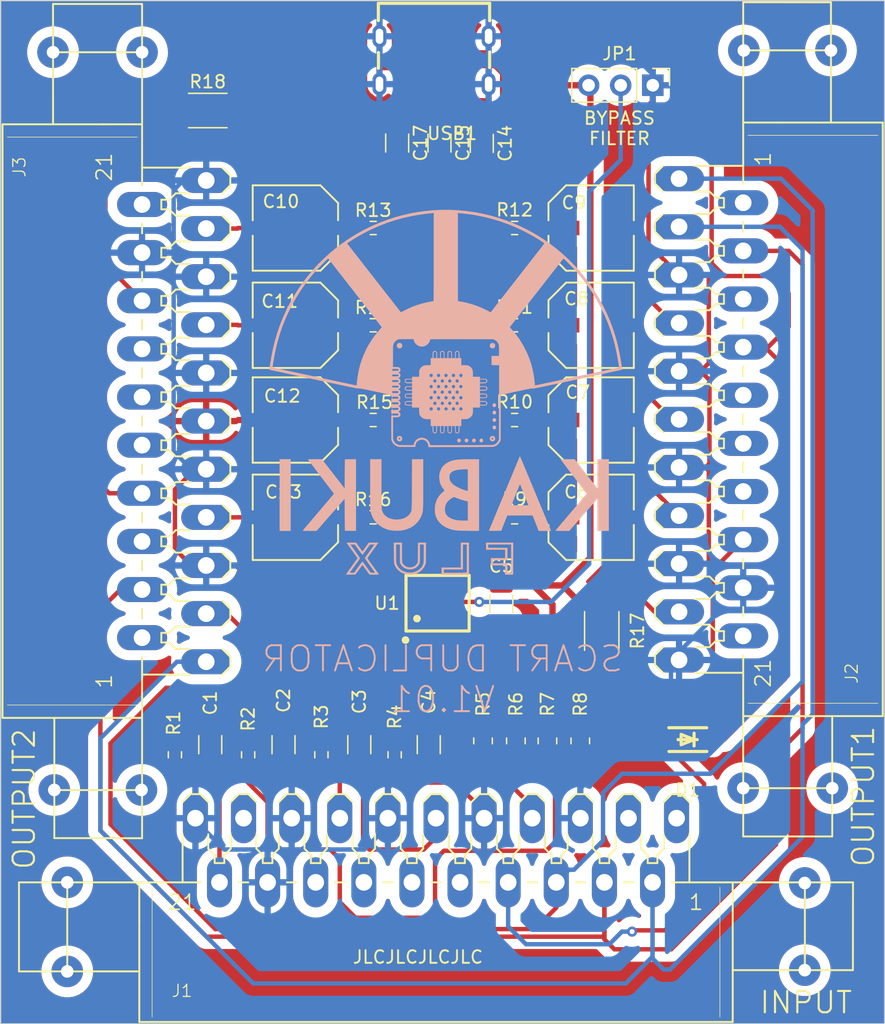
<source format=kicad_pcb>
(kicad_pcb (version 20221018) (generator pcbnew)
  (title_block (title "Duplicanator SCART duplicator") (date "2023-05-22") (rev "v1.01") (company "KabukiFlux"))
  (layers (0 "F.Cu" signal) (31 "B.Cu" signal) (34 "B.Paste" user) (35 "F.Paste" user) (36 "B.SilkS" user "B.Silkscreen") (37 "F.SilkS" user "F.Silkscreen") (38 "B.Mask" user) (39 "F.Mask" user) (44 "Edge.Cuts" user))
  (net 0 "")
  (net 1 "/CSYNC_IN")
  (net 2 "Net-(U1-CH1IN)")
  (net 3 "/R_IN")
  (net 4 "Net-(U1-CH2IN)")
  (net 5 "/G_IN")
  (net 6 "Net-(U1-CH3IN)")
  (net 7 "/B_IN")
  (net 8 "Net-(U1-CH4IN)")
  (net 9 "+5V")
  (net 10 "GND")
  (net 11 "Net-(C6-Pad1)")
  (net 12 "/CSYNC_OUT1")
  (net 13 "Net-(C7-Pad1)")
  (net 14 "/R_OUT1")
  (net 15 "Net-(C8-Pad1)")
  (net 16 "/G_OUT1")
  (net 17 "Net-(C9-Pad1)")
  (net 18 "/B_OUT1")
  (net 19 "Net-(C10-Pad1)")
  (net 20 "/CSYNC_OUT2")
  (net 21 "Net-(C11-Pad1)")
  (net 22 "/R_OUT2")
  (net 23 "Net-(C12-Pad1)")
  (net 24 "/G_OUT2")
  (net 25 "Net-(C13-Pad1)")
  (net 26 "/B_OUT2")
  (net 28 "/AUDIO_RIGHT")
  (net 30 "/AUDIO_GND")
  (net 31 "/AUDIO_LEFT")
  (net 32 "/SWITCHING")
  (net 43 "Net-(J2-P16)")
  (net 50 "Net-(J3-P16)")
  (net 52 "Net-(JP1-C)")
  (net 53 "Net-(U1-CH1OUT)")
  (net 54 "Net-(U1-CH2OUT)")
  (net 55 "Net-(U1-CH3OUT)")
  (net 56 "Net-(U1-CH4OUT)")
  (net 61 "Net-(D1-A)")
  (footprint "Resistor_SMD:R_0603_1608Metric" (layer "F.Cu") (at 152.7 90)
    (fp_text reference "R12")
    (fp_text value "75")
  )
  (footprint "Capacitor_SMD:C_1206_3216Metric" (layer "F.Cu") (at 146.75 83.275 -90)
    (fp_text reference "C15")
    (fp_text value "10u")
  )
  (footprint "Capacitor_SMD:C_1206_3216Metric" (layer "F.Cu") (at 143.4 83.275 -90)
    (fp_text reference "C17")
    (fp_text value "0.1u")
  )
  (footprint "Resistor_SMD:R_0603_1608Metric" (layer "F.Cu") (at 137.4 131.7 -90)
    (fp_text reference "R3")
    (fp_text value "75")
  )
  (footprint "Resistor_SMD:R_0603_1608Metric" (layer "F.Cu") (at 152.7 105.2)
    (fp_text reference "R10")
    (fp_text value "75")
  )
  (footprint "Resistor_SMD:R_0603_1608Metric" (layer "F.Cu") (at 141.5 105.2 180)
    (fp_text reference "R15")
    (fp_text value "75")
  )
  (footprint "C445482:CAP-SMD_BD6.3-L6.6-W6.6-LS7.2-R-RD" (layer "F.Cu") (at 135.35 105.2)
    (fp_text reference "C12")
    (fp_text value "330u")
  )
  (footprint "Resistor_SMD:R_0805_2012Metric" (layer "F.Cu") (at 157.9 130.6 -90)
    (fp_text reference "R8")
    (fp_text value "5.36M")
  )
  (footprint "Capacitor_SMD:C_1206_3216Metric" (layer "F.Cu") (at 128.6 130.9 90)
    (fp_text reference "C1")
    (fp_text value "0.1u")
  )
  (footprint "C445482:CAP-SMD_BD6.3-L6.6-W6.6-LS7.2-R-RD" (layer "F.Cu") (at 158.75 105.2 180)
    (fp_text reference "C7")
    (fp_text value "330u")
  )
  (footprint "Resistor_SMD:R_0603_1608Metric" (layer "F.Cu") (at 131.6 131.7 -90)
    (fp_text reference "R2")
    (fp_text value "75")
  )
  (footprint "Resistor_SMD:R_0805_2012Metric" (layer "F.Cu") (at 152.8 130.6 -90)
    (fp_text reference "R6")
    (fp_text value "5.36M")
  )
  (footprint "C445482:CAP-SMD_BD6.3-L6.6-W6.6-LS7.2-R-RD" (layer "F.Cu") (at 158.75 112.9 180)
    (fp_text reference "C6")
    (fp_text value "330u")
  )
  (footprint "Capacitor_SMD:C_1206_3216Metric" (layer "F.Cu") (at 134.4 130.9 90)
    (fp_text reference "C2")
    (fp_text value "0.1u")
  )
  (footprint "Resistor_SMD:R_2010_5025Metric" (layer "F.Cu") (at 159.6 121.9 90)
    (fp_text reference "R17")
    (fp_text value "180")
  )
  (footprint "scart:SCART-F_solder_pads" (layer "F.Cu") (at 146.475 141.8)
    (fp_text reference "J1")
    (fp_text value "INPUT")
  )
  (footprint "Resistor_SMD:R_0603_1608Metric" (layer "F.Cu") (at 152.7 97.7)
    (fp_text reference "R11")
    (fp_text value "75")
  )
  (footprint "Resistor_SMD:R_0603_1608Metric" (layer "F.Cu") (at 125.8 131.7 -90)
    (fp_text reference "R1")
    (fp_text value "75")
  )
  (footprint "Resistor_SMD:R_2010_5025Metric" (layer "F.Cu") (at 128.4 80.7)
    (fp_text reference "R18")
    (fp_text value "180")
  )
  (footprint "C445482:CAP-SMD_BD6.3-L6.6-W6.6-LS7.2-R-RD" (layer "F.Cu") (at 135.35 97.7)
    (fp_text reference "C11")
    (fp_text value "330u")
  )
  (footprint "C445482:CAP-SMD_BD6.3-L6.6-W6.6-LS7.2-R-RD" (layer "F.Cu") (at 135.35 112.9)
    (fp_text reference "C13")
    (fp_text value "330u")
  )
  (footprint "C309366:USB-C-SMD_10P-P1.00-L6.8-W8.9" (layer "F.Cu") (at 146.32 76.7925 180)
    (fp_text reference "USB1")
    (fp_text value "USB-312")
  )
  (footprint "Resistor_SMD:R_0603_1608Metric" (layer "F.Cu") (at 141.5 97.7 180)
    (fp_text reference "R14")
    (fp_text value "75")
  )
  (footprint "Resistor_SMD:R_0603_1608Metric" (layer "F.Cu") (at 141.5 112.9 180)
    (fp_text reference "R16")
    (fp_text value "75")
  )
  (footprint "Resistor_SMD:R_0805_2012Metric" (layer "F.Cu") (at 150.2 130.6 -90)
    (fp_text reference "R5")
    (fp_text value "5.36M")
  )
  (footprint "Connector_PinHeader_2.54mm:PinHeader_1x03_P2.54mm_Vertical" (layer "F.Cu") (at 163.64 78.7 -90)
    (fp_text reference "JP1")
    (fp_text value "FILTER_BYPASS")
  )
  (footprint "C18124:SOD-123F_L2.8-W1.8-LS3.7-RD" (layer "F.Cu") (at 166.4 130.5 180)
    (fp_text reference "D1")
    (fp_text value "SOD4007")
  )
  (footprint "Resistor_SMD:R_0603_1608Metric" (layer "F.Cu") (at 152.7 112.9)
    (fp_text reference "R9")
    (fp_text value "75")
  )
  (footprint "Capacitor_SMD:C_1206_3216Metric" (layer "F.Cu") (at 151.65 119.77 -90)
    (fp_text reference "C5")
    (fp_text value "0.1u")
  )
  (footprint "Capacitor_SMD:C_1206_3216Metric" (layer "F.Cu") (at 150.1 83.3 -90)
    (fp_text reference "C14")
    (fp_text value "10n")
  )
  (footprint "Capacitor_SMD:C_1206_3216Metric" (layer "F.Cu") (at 140.4 130.9 90)
    (fp_text reference "C3")
    (fp_text value "0.1u")
  )
  (footprint "Resistor_SMD:R_0805_2012Metric" (layer "F.Cu") (at 155.3 130.6 -90)
    (fp_text reference "R7")
    (fp_text value "5.36M")
  )
  (footprint "Resistor_SMD:R_0603_1608Metric" (layer "F.Cu") (at 141.5 90 180)
    (fp_text reference "R13")
    (fp_text value "75")
  )
  (footprint "Capacitor_SMD:C_1206_3216Metric" (layer "F.Cu") (at 145.9 130.9 90)
    (fp_text reference "C4")
    (fp_text value "0.1u")
  )
  (footprint "scart:SCART-F_solder_pads" (layer "F.Cu") (at 170.8 105.145 90)
    (fp_text reference "J2")
    (fp_text value "OUTPUT1")
  )
  (footprint "Resistor_SMD:R_0603_1608Metric" (layer "F.Cu") (at 143.2 131.7 -90)
    (fp_text reference "R4")
    (fp_text value "75")
  )
  (footprint "C445482:CAP-SMD_BD6.3-L6.6-W6.6-LS7.2-R-RD" (layer "F.Cu") (at 135.35 90)
    (fp_text reference "C10")
    (fp_text value "330u")
  )
  (footprint "scart:SCART-F_solder_pads" (layer "F.Cu") (at 123.2 105.285 -90)
    (fp_text reference "J3")
    (fp_text value "OUTPUT2")
  )
  (footprint "C445482:CAP-SMD_BD6.3-L6.6-W6.6-LS7.2-R-RD" (layer "F.Cu") (at 158.75 97.7 180)
    (fp_text reference "C8")
    (fp_text value "330u")
  )
  (footprint "C445482:CAP-SMD_BD6.3-L6.6-W6.6-LS7.2-R-RD" (layer "F.Cu") (at 158.75 90 180)
    (fp_text reference "C9")
    (fp_text value "330u")
  )
  (footprint "C2652746:TSSOP-14_L5.0-W4.4-P0.65-LS6.5-BL" (layer "F.Cu") (at 146.6 119.7)
    (fp_text reference "U1")
    (fp_text value "THS7374IPWR")
  )
  (footprint "kabuki:LogoKabuki" (layer "B.Cu") (at 146.950893 103.209928 180)
    (fp_text reference "G1" hide)
    (fp_text value "LOGO" hide)
  )
  (gr_line (start 182 72) (end 182 153) (stroke (width 0.1)) (layer "Edge.Cuts"))
  (gr_line (start 182 153) (end 112 153) (stroke (width 0.1)) (layer "Edge.Cuts"))
  (gr_line (start 112 72) (end 182 72) (stroke (width 0.1)) (layer "Edge.Cuts"))
  (gr_line (start 112 153) (end 112 72) (stroke (width 0.1)) (layer "Edge.Cuts"))
  (gr_text "SCART DUPLICATOR\nV1.01" (at 147 128.5) (layer "B.SilkS") (effects (font (size 2 2)) (justify bottom mirror)))
  (gr_text "BYPASS\nFILTER" (at 161 83.5) (layer "F.SilkS") (effects (font (size 1 1)) (justify bottom)))
  (gr_text "JLCJLCJLCJLC" (at 139.8 148.3) (layer "F.SilkS") (effects (font (size 1 1)) (justify left bottom)))
  (segment (start 127.1 130.875) (end 125.8 130.875) (width 0.35) (layer "F.Cu") (net 1))
  (segment (start 128.6 132.375) (end 127.1 130.875) (width 0.35) (layer "F.Cu") (net 1))
  (segment (start 129.33 141.8) (end 129.33 133.105) (width 0.35) (layer "F.Cu") (net 1))
  (segment (start 129.33 133.105) (end 128.6 132.375) (width 0.35) (layer "F.Cu") (net 1))
  (segment (start 133.14 135.453) (end 133.14 138.44) (width 0.35) (layer "F.Cu") (net 2))
  (segment (start 140.1 144.6) (end 145.6 144.6) (width 0.35) (layer "F.Cu") (net 2))
  (segment (start 133.9 139.2) (end 138.1 139.2) (width 0.35) (layer "F.Cu") (net 2))
  (segment (start 154.6 133.2) (end 150.066 133.2) (width 0.35) (layer "F.Cu") (net 2))
  (segment (start 137.108 122.63) (end 130.313 129.425) (width 0.35) (layer "F.Cu") (net 2))
  (segment (start 147.1 139.3) (end 155.2 139.3) (width 0.35) (layer "F.Cu") (net 2))
  (segment (start 138.855 143.355) (end 140.1 144.6) (width 0.35) (layer "F.Cu") (net 2))
  (segment (start 144.65 122.63) (end 137.108 122.63) (width 0.35) (layer "F.Cu") (net 2))
  (segment (start 155.2 139.3) (end 155.9 138.6) (width 0.35) (layer "F.Cu") (net 2))
  (segment (start 130.313 132.626) (end 133.14 135.453) (width 0.35) (layer "F.Cu") (net 2))
  (segment (start 130.313 129.425) (end 128.6 129.425) (width 0.35) (layer "F.Cu") (net 2))
  (segment (start 138.855 139.955) (end 138.855 143.355) (width 0.35) (layer "F.Cu") (net 2))
  (segment (start 146.4 143.8) (end 146.4 140) (width 0.35) (layer "F.Cu") (net 2))
  (segment (start 155.9 138.6) (end 155.9 134.5) (width 0.35) (layer "F.Cu") (net 2))
  (segment (start 148.945 130.943) (end 150.2 129.688) (width 0.35) (layer "F.Cu") (net 2))
  (segment (start 150.2 129.688) (end 150.2 129.6875) (width 0.35) (layer "F.Cu") (net 2))
  (segment (start 155.9 134.5) (end 154.6 133.2) (width 0.35) (layer "F.Cu") (net 2))
  (segment (start 150.066 133.2) (end 148.945 132.078) (width 0.35) (layer "F.Cu") (net 2))
  (segment (start 133.14 138.44) (end 133.9 139.2) (width 0.35) (layer "F.Cu") (net 2))
  (segment (start 130.313 129.425) (end 130.313 132.626) (width 0.35) (layer "F.Cu") (net 2))
  (segment (start 146.4 140) (end 147.1 139.3) (width 0.35) (layer "F.Cu") (net 2))
  (segment (start 148.945 132.078) (end 148.945 130.943) (width 0.35) (layer "F.Cu") (net 2))
  (segment (start 138.1 139.2) (end 138.855 139.955) (width 0.35) (layer "F.Cu") (net 2))
  (segment (start 145.6 144.6) (end 146.4 143.8) (width 0.35) (layer "F.Cu") (net 2))
  (segment (start 134.4 132.375) (end 132.9 130.875) (width 0.35) (layer "F.Cu") (net 3))
  (segment (start 132.9 130.875) (end 131.6 130.875) (width 0.35) (layer "F.Cu") (net 3))
  (segment (start 138.855 132.155) (end 138.4 131.7) (width 0.35) (layer "F.Cu") (net 3))
  (segment (start 138.4 131.7) (end 135.075 131.7) (width 0.35) (layer "F.Cu") (net 3))
  (segment (start 138.855 136.72) (end 138.855 132.155) (width 0.35) (layer "F.Cu") (net 3))
  (segment (start 135.075 131.7) (end 134.4 132.375) (width 0.35) (layer "F.Cu") (net 3))
  (segment (start 145.3 122.63) (end 145.3 124.8) (width 0.35) (layer "F.Cu") (net 4))
  (segment (start 141.686 130.7) (end 139.6 130.7) (width 0.35) (layer "F.Cu") (net 4))
  (segment (start 142.5 124.8) (end 138.506 128.794) (width 0.35) (layer "F.Cu") (net 4))
  (segment (start 143.749 129.912) (end 142.474 129.912) (width 0.35) (layer "F.Cu") (net 4))
  (segment (start 152.8 129.688) (end 152.3465 129.234) (width 0.35) (layer "F.Cu") (net 4))
  (segment (start 145.3 124.8) (end 142.5 124.8) (width 0.35) (layer "F.Cu") (net 4))
  (segment (start 138.506 129.606) (end 138.506 129.407) (width 0.35) (layer "F.Cu") (net 4))
  (segment (start 149.716 128.5) (end 147.28 130.936) (width 0.35) (layer "F.Cu") (net 4))
  (segment (start 139.6 130.7) (end 138.506 129.606) (width 0.35) (layer "F.Cu") (net 4))
  (segment (start 144.773 130.936) (end 143.749 129.912) (width 0.35) (layer "F.Cu") (net 4))
  (segment (start 138.506 129.407) (end 134.418 129.407) (width 0.35) (layer "F.Cu") (net 4))
  (segment (start 138.506 128.794) (end 138.506 129.407) (width 0.35) (layer "F.Cu") (net 4))
  (segment (start 147.28 130.936) (end 144.773 130.936) (width 0.35) (layer "F.Cu") (net 4))
  (segment (start 152.3465 129.234) (end 151.6125 128.5) (width 0.35) (layer "F.Cu") (net 4))
  (segment (start 134.418 129.407) (end 134.4 129.425) (width 0.35) (layer "F.Cu") (net 4))
  (segment (start 151.6125 128.5) (end 149.716 128.5) (width 0.35) (layer "F.Cu") (net 4))
  (segment (start 142.474 129.912) (end 141.686 130.7) (width 0.35) (layer "F.Cu") (net 4))
  (segment (start 152.3465 129.234) (end 152.8 129.6875) (width 0.35) (layer "F.Cu") (net 4))
  (segment (start 137.4 130.875) (end 138.9 130.875) (width 0.35) (layer "F.Cu") (net 5))
  (segment (start 145.5 139.2) (end 141.2 139.2) (width 0.35) (layer "F.Cu") (net 5))
  (segment (start 146.475 136.72) (end 146.475 138.225) (width 0.35) (layer "F.Cu") (net 5))
  (segment (start 140.7 132.675) (end 140.4 132.375) (width 0.35) (layer "F.Cu") (net 5))
  (segment (start 146.475 138.225) (end 145.5 139.2) (width 0.35) (layer "F.Cu") (net 5))
  (segment (start 140.7 138.7) (end 140.7 132.675) (width 0.35) (layer "F.Cu") (net 5))
  (segment (start 141.2 139.2) (end 140.7 138.7) (width 0.35) (layer "F.Cu") (net 5))
  (segment (start 138.9 130.875) (end 140.4 132.375) (width 0.35) (layer "F.Cu") (net 5))
  (segment (start 145.95 122.63) (end 145.95 127.389) (width 0.35) (layer "F.Cu") (net 6))
  (segment (start 140.463 129.362) (end 143.977 129.362) (width 0.35) (layer "F.Cu") (net 6))
  (segment (start 140.4 129.425) (end 140.463 129.362) (width 0.35) (layer "F.Cu") (net 6))
  (segment (start 146.934 130.384) (end 144.999 130.384) (width 0.35) (layer "F.Cu") (net 6))
  (segment (start 144.999 130.384) (end 143.977 129.362) (width 0.35) (layer "F.Cu") (net 6))
  (segment (start 153.5125 127.9) (end 149.418 127.9) (width 0.35) (layer "F.Cu") (net 6))
  (segment (start 155.3 129.688) (end 154.5625 128.95) (width 0.35) (layer "F.Cu") (net 6))
  (segment (start 149.418 127.9) (end 146.934 130.384) (width 0.35) (layer "F.Cu") (net 6))
  (segment (start 154.5625 128.95) (end 155.3 129.6875) (width 0.35) (layer "F.Cu") (net 6))
  (segment (start 145.95 127.389) (end 143.977 129.362) (width 0.35) (layer "F.Cu") (net 6))
  (segment (start 154.5625 128.95) (end 153.5125 127.9) (width 0.35) (layer "F.Cu") (net 6))
  (segment (start 154.095 135.795) (end 152.1 133.8) (width 0.35) (layer "F.Cu") (net 7))
  (segment (start 149.2 133.8) (end 147.775 132.375) (width 0.35) (layer "F.Cu") (net 7))
  (segment (start 144.7 132.375) (end 145.9 132.375) (width 0.35) (layer "F.Cu") (net 7))
  (segment (start 143.2 130.875) (end 144.7 132.375) (width 0.35) (layer "F.Cu") (net 7))
  (segment (start 152.1 133.8) (end 149.2 133.8) (width 0.35) (layer "F.Cu") (net 7))
  (segment (start 154.095 136.72) (end 154.095 135.795) (width 0.35) (layer "F.Cu") (net 7))
  (segment (start 147.775 132.375) (end 145.9 132.375) (width 0.35) (layer "F.Cu") (net 7))
  (segment (start 157.0005 128.7885) (end 155.412 127.2) (width 0.35) (layer "F.Cu") (net 8))
  (segment (start 146.6 126.3) (end 147.5 127.2) (width 0.35) (layer "F.Cu") (net 8))
  (segment (start 147.6 127.2) (end 145.9 128.9) (width 0.35) (layer "F.Cu") (net 8))
  (segment (start 146.6 122.63) (end 146.6 126.3) (width 0.35) (layer "F.Cu") (net 8))
  (segment (start 157.001 128.7885) (end 157.9 129.6875) (width 0.35) (layer "F.Cu") (net 8))
  (segment (start 155.412 127.2) (end 148.668 127.2) (width 0.35) (layer "F.Cu") (net 8))
  (segment (start 148 127.2) (end 147.6 127.2) (width 0.35) (layer "F.Cu") (net 8))
  (segment (start 145.9 128.9) (end 145.9 129.425) (width 0.35) (layer "F.Cu") (net 8))
  (segment (start 148.668 127.2) (end 148 127.2) (width 0.35) (layer "F.Cu") (net 8))
  (segment (start 157.0005 128.7885) (end 157.001 128.7885) (width 0.35) (layer "F.Cu") (net 8))
  (segment (start 147.5 127.2) (end 148 127.2) (width 0.35) (layer "F.Cu") (net 8))
  (segment (start 157.9 129.688) (end 157.0005 128.7885) (width 0.35) (layer "F.Cu") (net 8))
  (segment (start 151.65 118.295) (end 149.03 115.675) (width 0.5) (layer "F.Cu") (net 9))
  (segment (start 146.75 81.8) (end 147.84 80.71) (width 0.5) (layer "F.Cu") (net 9))
  (segment (start 146.1 81.8) (end 144.8 80.5) (width 0.5) (layer "F.Cu") (net 9))
  (segment (start 159.7 128.4) (end 159.7 130.5) (width 0.5) (layer "F.Cu") (net 9))
  (segment (start 157.8995 131.512) (end 157.9 131.5125) (width 0.5) (layer "F.Cu") (net 9))
  (segment (start 159.7 130.5) (end 158.688 131.512) (width 0.5) (layer "F.Cu") (net 9))
  (segment (start 150.2005 131.512) (end 150.2 131.512) (width 0.5) (layer "F.Cu") (net 9))
  (segment (start 147.25 115.95) (end 147.25 116.323984) (width 0.5) (layer "F.Cu") (net 9))
  (segment (start 152.7995 131.512) (end 152.8 131.5125) (width 0.5) (layer "F.Cu") (net 9))
  (segment (start 144.8 80.5) (end 144.8 80.4) (width 0.5) (layer "F.Cu") (net 9))
  (segment (start 144.8 80.4) (end 143.4 81.8) (width 0.5) (layer "F.Cu") (net 9))
  (segment (start 157.7975 119.5875) (end 159.6 119.5875) (width 0.5) (layer "F.Cu") (net 9))
  (segment (start 158.56 78.7) (end 158.7 78.84) (width 0.5) (layer "F.Cu") (net 9))
  (segment (start 148.152 77.1009) (end 151.151 77.1009) (width 0.5) (layer "F.Cu") (net 9))
  (segment (start 155.2995 131.512) (end 152.7995 131.512) (width 0.5) (layer "F.Cu") (net 9))
  (segment (start 154.195 118.295) (end 155.7 119.8) (width 0.5) (layer "F.Cu") (net 9))
  (segment (start 143.4 81.8) (end 131.812 81.8) (width 0.5) (layer "F.Cu") (net 9))
  (segment (start 158.56 78.7) (end 158.43 78.7) (width 0.5) (layer "F.Cu") (net 9))
  (segment (start 157.8995 131.512) (end 155.2995 131.512) (width 0.5) (layer "F.Cu") (net 9))
  (segment (start 151.79 80.1348) (end 150.1 81.825) (width 0.5) (layer "F.Cu") (net 9))
  (segment (start 147.84 80.71) (end 147.84 78.7625) (width 0.5) (layer "F.Cu") (net 9))
  (segment (start 158.7 78.84) (end 158.7 116.1) (width 0.5) (layer "F.Cu") (net 9))
  (segment (start 156.505 118.295) (end 157.7975 119.5875) (width 0.5) (layer "F.Cu") (net 9))
  (segment (start 155.7 124.4) (end 159.7 128.4) (width 0.5) (layer "F.Cu") (net 9))
  (segment (start 147.525 115.675) (end 147.25 115.95) (width 0.5) (layer "F.Cu") (net 9))
  (segment (start 155.7 119.8) (end 155.7 124.4) (width 0.5) (layer "F.Cu") (net 9))
  (segment (start 144.8 78.7625) (end 144.8 80.4) (width 0.5) (layer "F.Cu") (net 9))
  (segment (start 146.75 81.8) (end 146.1 81.8) (width 0.5) (layer "F.Cu") (net 9))
  (segment (start 151.79 78.7) (end 151.79 80.1348) (width 0.5) (layer "F.Cu") (net 9))
  (segment (start 156.505 118.295) (end 151.65 118.295) (width 0.5) (layer "F.Cu") (net 9))
  (segment (start 131.812 81.8) (end 130.7123 80.7002) (width 0.5) (layer "F.Cu") (net 9))
  (segment (start 147.84 77.4124) (end 148.152 77.1009) (width 0.5) (layer "F.Cu") (net 9))
  (segment (start 151.79 77.7399) (end 151.79 78.7) (width 0.5) (layer "F.Cu") (net 9))
  (segment (start 158.688 131.512) (end 157.8995 131.512) (width 0.5) (layer "F.Cu") (net 9))
  (segment (start 152.7995 131.512) (end 150.2005 131.512) (width 0.5) (layer "F.Cu") (net 9))
  (segment (start 150.2005 131.512) (end 150.2 131.5125) (width 0.5) (layer "F.Cu") (net 9))
  (segment (start 155.2995 131.512) (end 155.3 131.5125) (width 0.5) (layer "F.Cu") (net 9))
  (segment (start 149.03 115.675) (end 147.525 115.675) (width 0.5) (layer "F.Cu") (net 9))
  (segment (start 158.43 78.7) (end 151.79 78.7) (width 0.5) (layer "F.Cu") (net 9))
  (segment (start 151.65 118.295) (end 154.195 118.295) (width 0.5) (layer "F.Cu") (net 9))
  (segment (start 151.151 77.1009) (end 151.79 77.7399) (width 0.5) (layer "F.Cu") (net 9))
  (segment (start 158.7 116.1) (end 156.505 118.295) (width 0.5) (layer "F.Cu") (net 9))
  (segment (start 147.84 78.7625) (end 147.84 77.4124) (width 0.5) (layer "F.Cu") (net 9))
  (segment (start 127.102 116.715) (end 128.28 116.715) (width 0.35) (layer "F.Cu") (net 10))
  (segment (start 127.405 109.095) (end 125.8 110.7) (width 0.35) (layer "F.Cu") (net 10))
  (segment (start 135.925 134) (end 137.4 132.525) (width 0.35) (layer "F.Cu") (net 10))
  (segment (start 143.4 84.75) (end 141.915 86.235) (width 0.35) (layer "F.Cu") (net 10))
  (segment (start 147.9 120.7) (end 147.6 120.4) (width 0.35) (layer "F.Cu") (net 10))
  (segment (start 150.285 136.185) (end 150.285 136.72) (width 0.35) (layer "F.Cu") (net 10))
  (segment (start 168.076 100.689) (end 167.431 101.335) (width 0.35) (layer "F.Cu") (net 10))
  (segment (start 143.2 133.9) (end 148 133.9) (width 0.35) (layer "F.Cu") (net 10))
  (segment (start 135.09 134) (end 135.925 134) (width 0.35) (layer "F.Cu") (net 10))
  (segment (start 150.64 79.8876) (end 149.07 79.8876) (width 0.35) (layer "F.Cu") (net 10))
  (segment (start 135.045 136.72) (end 135.045 134.25) (width 0.35) (layer "F.Cu") (net 10))
  (segment (start 150.64 76.0976) (end 145.11 76.0976) (width 0.35) (layer "F.Cu") (net 10))
  (segment (start 147.9 122.63) (end 147.9 122.086) (width 0.35) (layer "F.Cu") (net 10))
  (segment (start 143.57 77.6374) (end 143.27 77.3374) (width 0.35) (layer "F.Cu") (net 10))
  (segment (start 150.64 78.6125) (end 150.64 79.8876) (width 0.35) (layer "F.Cu") (net 10))
  (segment (start 168.129 102.034) (end 167.431 101.335) (width 0.35) (layer "F.Cu") (net 10))
  (segment (start 142.665 134.361996) (end 143.2 133.826996) (width 0.35) (layer "F.Cu") (net 10))
  (segment (start 148.674 83.3488) (end 148.151 83.3488) (width 0.35) (layer "F.Cu") (net 10))
  (segment (start 124.775 132.525) (end 125.8 132.525) (width 0.35) (layer "F.Cu") (net 10))
  (segment (start 147.9 122.086) (end 147.9 121.92) (width 0.35) (layer "F.Cu") (net 10))
  (segment (start 125.8 110.7) (end 125.8 115.413) (width 0.35) (layer "F.Cu") (net 10))
  (segment (start 149.07 78.7625) (end 149.07 79.8876) (width 0.35) (layer "F.Cu") (net 10))
  (segment (start 150.64 74.8225) (end 150.64 76.0976) (width 0.35) (layer "F.Cu") (net 10))
  (segment (start 147.9 122.086) (end 147.9 121.92) (width 0.35) (layer "F.Cu") (net 10))
  (segment (start 165.72 101.335) (end 167.431 101.335) (width 0.35) (layer "F.Cu") (net 10))
  (segment (start 148.3 121.2) (end 151.605 121.2) (width 0.35) (layer "F.Cu") (net 10))
  (segment (start 124.5 132.25) (end 124.775 132.525) (width 0.35) (layer "F.Cu") (net 10))
  (segment (start 143.4 84.75) (end 146.75 84.75) (width 0.35) (layer "F.Cu") (net 10))
  (segment (start 147.25 122.63) (end 147.25 121.76) (width 0.35) (layer "F.Cu") (net 10))
  (segment (start 133.075 134) (end 135 134) (width 0.35) (layer "F.Cu") (net 10))
  (segment (start 142 74.8225) (end 142 77.3374) (width 0.35) (layer "F.Cu") (net 10))
  (segment (start 167.819 108.955) (end 168.129 108.644) (width 0.35) (layer "F.Cu") (net 10))
  (segment (start 127.425 134.15) (end 127.425 136.72) (width 0.35) (layer "F.Cu") (net 10))
  (segment (start 143.27 77.3374) (end 142 77.3374) (width 0.35) (layer "F.Cu") (net 10))
  (segment (start 148.674 83.3488) (end 148.674 80.2838) (width 0.35) (layer "F.Cu") (net 10))
  (segment (start 147.9 121.6) (end 148.3 121.2) (width 0.35) (layer "F.Cu") (net 10))
  (segment (start 147.25 120.85) (end 146.8 120.4) (width 0.35) (layer "F.Cu") (net 10))
  (segment (start 124.5 129.6) (end 124.5 132.25) (width 0.35) (layer "F.Cu") (net 10))
  (segment (start 163.305 91.3002) (end 165.72 93.715) (width 0.35) (layer "F.Cu") (net 10))
  (segment (start 163.305 80.2599) (end 163.305 91.3002) (width 0.35) (layer "F.Cu") (net 10))
  (segment (start 128.28 116.715) (end 130.636 116.715) (width 0.35) (layer "F.Cu") (net 10))
  (segment (start 147.9 121.92) (end 147.9 120.7) (width 0.35) (layer "F.Cu") (net 10))
  (segment (start 168.076 93.715) (end 168.076 100.689) (width 0.35) (layer "F.Cu") (net 10))
  (segment (start 130.636 116.715) (end 134.3 120.379) (width 0.35) (layer "F.Cu") (net 10))
  (segment (start 147.9 121.92) (end 147.9 121.6) (width 0.35) (layer "F.Cu") (net 10))
  (segment (start 127.102 116.715) (end 128.28 116.715) (width 0.35) (layer "F.Cu") (net 10))
  (segment (start 163.64 78.7) (end 163.64 79.9251) (width 0.35) (layer "F.Cu") (net 10))
  (segment (start 143.2 133.826996) (end 143.2 132.525) (width 0.35) (layer "F.Cu") (net 10))
  (segment (start 126.7 127.4) (end 124.5 129.6) (width 0.35) (layer "F.Cu") (net 10))
  (segment (start 163.64 79.9251) (end 163.305 80.2599) (width 0.35) (layer "F.Cu") (net 10))
  (segment (start 151.605 121.2) (end 151.65 121.245) (width 0.35) (layer "F.Cu") (net 10))
  (segment (start 168.076 116.575) (end 168.076 109.213) (width 0.35) (layer "F.Cu") (net 10))
  (segment (start 165.72 108.955) (end 167.819 108.955) (width 0.35) (layer "F.Cu") (net 10))
  (segment (start 143.57 78.7625) (end 143.57 77.6374) (width 0.35) (layer "F.Cu") (net 10))
  (segment (start 147.25 121.76) (end 147.25 120.85) (width 0.35) (layer "F.Cu") (net 10))
  (segment (start 147.6 120.4) (end 147.25 120.75) (width 0.35) (layer "F.Cu") (net 10))
  (segment (start 130.9 127.4) (end 126.7 127.4) (width 0.35) (layer "F.Cu") (net 10))
  (segment (start 147.25 120.75) (end 147.25 121.76) (width 0.35) (layer "F.Cu") (net 10))
  (segment (start 148.151 83.3488) (end 146.75 84.75) (width 0.35) (layer "F.Cu") (net 10))
  (segment (start 150.1 84.775) (end 148.674 83.3488) (width 0.35) (layer "F.Cu") (net 10))
  (segment (start 145.11 76.0976) (end 143.57 77.6374) (width 0.35) (layer "F.Cu") (net 10))
  (segment (start 141.915 86.235) (end 128.28 86.235) (width 0.35) (layer "F.Cu") (net 10))
  (segment (start 125.8 115.413) (end 127.102 116.715) (width 0.35) (layer "F.Cu") (net 10))
  (segment (start 130.636 116.715) (end 128.28 116.715) (width 0.35) (layer "F.Cu") (net 10))
  (segment (start 125.8 132.525) (end 127.425 134.15) (width 0.35) (layer "F.Cu") (net 10))
  (segment (start 148.674 80.2838) (end 149.07 79.8876) (width 0.35) (layer "F.Cu") (net 10))
  (segment (start 168.076 109.213) (end 167.819 108.955) (width 0.35) (layer "F.Cu") (net 10))
  (segment (start 134.3 124) (end 130.9 127.4) (width 0.35) (layer "F.Cu") (net 10))
  (segment (start 142.665 136.72) (end 142.665 134.361996) (width 0.35) (layer "F.Cu") (net 10))
  (segment (start 128.28 109.095) (end 127.405 109.095) (width 0.35) (layer "F.Cu") (net 10))
  (segment (start 165.72 93.715) (end 168.076 93.715) (width 0.35) (layer "F.Cu") (net 10))
  (segment (start 134.321 120.4) (end 134.3 120.379) (width 0.35) (layer "F.Cu") (net 10))
  (segment (start 168.129 108.644) (end 168.129 102.034) (width 0.35) (layer "F.Cu") (net 10))
  (segment (start 134.3 120.379) (end 130.636 116.715) (width 0.35) (layer "F.Cu") (net 10))
  (segment (start 142 78.6125) (end 142 77.3374) (width 0.35) (layer "F.Cu") (net 10))
  (segment (start 165.72 116.575) (end 168.076 116.575) (width 0.35) (layer "F.Cu") (net 10))
  (segment (start 134.3 120.379) (end 134.3 124) (width 0.35) (layer "F.Cu") (net 10))
  (segment (start 146.8 120.4) (end 134.321 120.4) (width 0.35) (layer "F.Cu") (net 10))
  (segment (start 148 133.9) (end 150.285 136.185) (width 0.35) (layer "F.Cu") (net 10))
  (segment (start 131.6 132.525) (end 133.075 134) (width 0.35) (layer "F.Cu") (net 10))
  (segment (start 135.045 136.72) (end 135.045 139.076) (width 0.35) (layer "B.Cu") (net 10))
  (segment (start 151.477 76.5) (end 150.696 77.2819) (width 0.35) (layer "B.Cu") (net 10))
  (segment (start 128.28 109.095) (end 127.095 109.095) (width 0.35) (layer "B.Cu") (net 10))
  (segment (start 125.7 87) (end 125.7 92.094) (width 0.35) (layer "B.Cu") (net 10))
  (segment (start 157.905 136.72) (end 157.905 134.364) (width 0.35) (layer "B.Cu") (net 10))
  (segment (start 150.64 74.8225) (end 150.64 76.0976) (width 0.35) (layer "B.Cu") (net 10))
  (segment (start 125.7 101.475) (end 126.182 101.475) (width 0.35) (layer "B.Cu") (net 10))
  (segment (start 125.556 91.95) (end 125.7 92.094) (width 0.35) (layer "B.Cu") (net 10))
  (segment (start 135.169 139.2) (end 140.8 139.2) (width 0.35) (layer "B.Cu") (net 10))
  (segment (start 127.095 109.095) (end 125.7 107.7) (width 0.35) (layer "B.Cu") (net 10))
  (segment (start 125.7 107.7) (end 125.7 101.475) (width 0.35) (layer "B.Cu") (net 10))
  (segment (start 163.64 78.7) (end 163.64 77.84) (width 0.35) (layer "B.Cu") (net 10))
  (segment (start 127.425 136.925) (end 129.7 139.2) (width 0.35) (layer "B.Cu") (net 10))
  (segment (start 165.72 116.575) (end 168.076 116.575) (width 0.35) (layer "B.Cu") (net 10))
  (segment (start 165.72 124.195) (end 165.082 124.195) (width 0.35) (layer "B.Cu") (net 10))
  (segment (start 165.082 127.187) (end 165.082 124.195) (width 0.35) (layer "B.Cu") (net 10))
  (segment (start 150.64 76.0976) (end 150.696 76.1531) (width 0.35) (layer "B.Cu") (net 10))
  (segment (start 123.2 91.95) (end 125.556 91.95) (width 0.35) (layer "B.Cu") (net 10))
  (segment (start 140.8 139.2) (end 142.665 137.335) (width 0.35) (layer "B.Cu") (net 10))
  (segment (start 125.775 101.475) (end 126.182 101.475) (width 0.35) (layer "B.Cu") (net 10))
  (segment (start 125.7 101.4) (end 125.775 101.475) (width 0.35) (layer "B.Cu") (net 10))
  (segment (start 142.665 137.335) (end 142.665 136.72) (width 0.35) (layer "B.Cu") (net 10))
  (segment (start 157.905 134.364) (end 165.082 127.187) (width 0.35) (layer "B.Cu") (net 10))
  (segment (start 133.14 139.26) (end 133.14 141.8) (width 0.35) (layer "B.Cu") (net 10))
  (segment (start 128.28 101.475) (end 126.182 101.475) (width 0.35) (layer "B.Cu") (net 10))
  (segment (start 128.28 93.855) (end 125.7 93.855) (width 0.35) (layer "B.Cu") (net 10))
  (segment (start 125.7 92.094) (end 125.7 101.4) (width 0.35) (layer "B.Cu") (net 10))
  (segment (start 133.2 139.2) (end 133.14 139.26) (width 0.35) (layer "B.Cu") (net 10))
  (segment (start 133.016 139.2) (end 135.169 139.2) (width 0.35) (layer "B.Cu") (net 10))
  (segment (start 133.016 139.2) (end 133.2 139.2) (width 0.35) (layer "B.Cu") (net 10))
  (segment (start 170.8 118.48) (end 168.444 118.48) (width 0.35) (layer "B.Cu") (net 10))
  (segment (start 168.076 118.113) (end 168.444 118.48) (width 0.35) (layer "B.Cu") (net 10))
  (segment (start 128.28 86.235) (end 126.465 86.235) (width 0.35) (layer "B.Cu") (net 10))
  (segment (start 163.64 77.84) (end 162.3 76.5) (width 0.35) (layer "B.Cu") (net 10))
  (segment (start 150.696 76.1531) (end 150.696 77.2819) (width 0.35) (layer "B.Cu") (net 10))
  (segment (start 162.3 76.5) (end 151.477 76.5) (width 0.35) (layer "B.Cu") (net 10))
  (segment (start 168.444 120.833) (end 168.444 118.48) (width 0.35) (layer "B.Cu") (net 10))
  (segment (start 150.64 78.6125) (end 150.64 77.3374) (width 0.35) (layer "B.Cu") (net 10))
  (segment (start 150.64 77.3374) (end 150.696 77.2819) (width 0.35) (layer "B.Cu") (net 10))
  (segment (start 127.425 136.72) (end 127.425 136.925) (width 0.35) (layer "B.Cu") (net 10))
  (segment (start 129.7 139.2) (end 133.016 139.2) (width 0.35) (layer "B.Cu") (net 10))
  (segment (start 126.465 86.235) (end 125.7 87) (width 0.35) (layer "B.Cu") (net 10))
  (segment (start 135.045 139.076) (end 135.169 139.2) (width 0.35) (layer "B.Cu") (net 10))
  (segment (start 165.082 124.195) (end 168.444 120.833) (width 0.35) (layer "B.Cu") (net 10))
  (segment (start 168.076 116.575) (end 168.076 118.113) (width 0.35) (layer "B.Cu") (net 10))
  (segment (start 156.2 112.9) (end 153.525 112.9) (width 0.35) (layer "F.Cu") (net 11))
  (segment (start 161.3 117.9) (end 161.3 112.9) (width 0.35) (layer "F.Cu") (net 12))
  (segment (start 163.785 120.385) (end 161.3 117.9) (width 0.35) (layer "F.Cu") (net 12))
  (segment (start 165.72 120.385) (end 163.785 120.385) (width 0.35) (layer "F.Cu") (net 12))
  (segment (start 156.2 105.2) (end 153.525 105.2) (width 0.35) (layer "F.Cu") (net 13))
  (segment (start 165.72 112.765) (end 161.3 108.345) (width 0.35) (layer "F.Cu") (net 14))
  (segment (start 161.3 108.345) (end 161.3 105.2) (width 0.35) (layer "F.Cu") (net 14))
  (segment (start 156.2 97.7) (end 153.525 97.7) (width 0.35) (layer "F.Cu") (net 15))
  (segment (start 165.145 105.145) (end 161.3 101.3) (width 0.35) (layer "F.Cu") (net 16))
  (segment (start 165.72 105.145) (end 165.145 105.145) (width 0.35) (layer "F.Cu") (net 16))
  (segment (start 161.3 101.3) (end 161.3 97.7) (width 0.35) (layer "F.Cu") (net 16))
  (segment (start 156.2 90) (end 153.525 90) (width 0.35) (layer "F.Cu") (net 17))
  (segment (start 165.72 97.525) (end 165.225 97.525) (width 0.35) (layer "F.Cu") (net 18))
  (segment (start 165.225 97.525) (end 161.3 93.6) (width 0.35) (layer "F.Cu") (net 18))
  (segment (start 161.3 93.6) (end 161.3 90) (width 0.35) (layer "F.Cu") (net 18))
  (segment (start 137.9 90) (end 140.675 90) (width 0.35) (layer "F.Cu") (net 19))
  (segment (start 130.75 90.045) (end 130.795 90) (width 0.35) (layer "F.Cu") (net 20))
  (segment (start 130.795 90) (end 132.8 90) (width 0.35) (layer "F.Cu") (net 20))
  (segment (start 128.28 90.045) (end 130.75 90.045) (width 0.35) (layer "F.Cu") (net 20))
  (segment (start 137.9 97.7) (end 140.675 97.7) (width 0.35) (layer "F.Cu") (net 21))
  (segment (start 130.795 97.7) (end 130.76 97.665) (width 0.35) (layer "F.Cu") (net 22))
  (segment (start 130.76 97.665) (end 128.28 97.665) (width 0.35) (layer "F.Cu") (net 22))
  (segment (start 132.8 97.7) (end 130.795 97.7) (width 0.35) (layer "F.Cu") (net 22))
  (segment (start 137.9 105.2) (end 140.675 105.2) (width 0.35) (layer "F.Cu") (net 23))
  (segment (start 130.721 105.2) (end 132.8 105.2) (width 0.35) (layer "F.Cu") (net 24))
  (segment (start 130.636 105.285) (end 130.721 105.2) (width 0.35) (layer "F.Cu") (net 24))
  (segment (start 128.28 105.285) (end 130.636 105.285) (width 0.35) (layer "F.Cu") (net 24))
  (segment (start 137.9 112.9) (end 140.675 112.9) (width 0.35) (layer "F.Cu") (net 25))
  (segment (start 130.79 112.905) (end 130.795 112.9) (width 0.35) (layer "F.Cu") (net 26))
  (segment (start 130.795 112.9) (end 132.8 112.9) (width 0.35) (layer "F.Cu") (net 26))
  (segment (start 128.28 112.905) (end 130.79 112.905) (width 0.35) (layer "F.Cu") (net 26))
  (segment (start 164.5 148.7) (end 165 148.7) (width 0.35) (layer "B.Cu") (net 28))
  (segment (start 125.965 124.335) (end 128.28 124.335) (width 0.35) (layer "B.Cu") (net 28))
  (segment (start 176.3 88.6) (end 173.795 86.095) (width 0.35) (layer "B.Cu") (net 28))
  (segment (start 163.62 147.82) (end 164.5 148.7) (width 0.35) (layer "B.Cu") (net 28))
  (segment (start 163.62 147.68) (end 161.5 149.8) (width 0.35) (layer "B.Cu") (net 28))
  (segment (start 175.5 129.3) (end 176.3 128.5) (width 0.35) (layer "B.Cu") (net 28))
  (segment (start 163.62 141.8) (end 163.62 147.68) (width 0.35) (layer "B.Cu") (net 28))
  (segment (start 173.795 86.095) (end 165.72 86.095) (width 0.35) (layer "B.Cu") (net 28))
  (segment (start 176.3 128.5) (end 176.3 88.6) (width 0.35) (layer "B.Cu") (net 28))
  (segment (start 165 148.7) (end 175.5 138.2) (width 0.35) (layer "B.Cu") (net 28))
  (segment (start 119.9 137.7) (end 119.9 130.4) (width 0.35) (layer "B.Cu") (net 28))
  (segment (start 119.9 130.4) (end 125.965 124.335) (width 0.35) (layer "B.Cu") (net 28))
  (segment (start 163.62 141.8) (end 163.62 147.68) (width 0.35) (layer "B.Cu") (net 28))
  (segment (start 163.62 147.68) (end 163.62 147.82) (width 0.35) (layer "B.Cu") (net 28))
  (segment (start 132 149.8) (end 119.9 137.7) (width 0.35) (layer "B.Cu") (net 28))
  (segment (start 161.5 149.8) (end 132 149.8) (width 0.35) (layer "B.Cu") (net 28))
  (segment (start 175.5 138.2) (end 175.5 129.3) (width 0.35) (layer "B.Cu") (net 28))
  (segment (start 165.1 147.1) (end 173.4 138.8) (width 0.35) (layer "F.Cu") (net 30))
  (segment (start 174.41 91.81) (end 170.8 91.81) (width 0.35) (layer "F.Cu") (net 30))
  (segment (start 159.81 146.09) (end 159.81 146.31) (width 0.35) (layer "F.Cu") (net 30))
  (segment (start 173.4 138.8) (end 173.4 131.7) (width 0.35) (layer "F.Cu") (net 30))
  (segment (start 159.81 146.09) (end 159.8 146.1) (width 0.35) (layer "F.Cu") (net 30))
  (segment (start 160.6 147.1) (end 165.1 147.1) (width 0.35) (layer "F.Cu") (net 30))
  (segment (start 173.4 131.7) (end 175.5 129.6) (width 0.35) (layer "F.Cu") (net 30))
  (segment (start 159.81 141.8) (end 159.81 146.09) (width 0.35) (layer "F.Cu") (net 30))
  (segment (start 119.9 120.2) (end 121.48 118.62) (width 0.35) (layer "F.Cu") (net 30))
  (segment (start 159.8 146.1) (end 128.3 146.1) (width 0.35) (layer "F.Cu") (net 30))
  (segment (start 159.81 141.8) (end 159.81 146.09) (width 0.35) (layer "F.Cu") (net 30))
  (segment (start 159.81 146.31) (end 160.6 147.1) (width 0.35) (layer "F.Cu") (net 30))
  (segment (start 175.5 92.9) (end 174.41 91.81) (width 0.35) (layer "F.Cu") (net 30))
  (segment (start 128.3 146.1) (end 119.9 137.7) (width 0.35) (layer "F.Cu") (net 30))
  (segment (start 119.9 137.7) (end 119.9 120.2) (width 0.35) (layer "F.Cu") (net 30))
  (segment (start 121.48 118.62) (end 123.2 118.62) (width 0.35) (layer "F.Cu") (net 30))
  (segment (start 175.5 129.6) (end 175.5 92.9) (width 0.35) (layer "F.Cu") (net 30))
  (segment (start 120.7 137.2) (end 120.7 130.8) (width 0.35) (layer "F.Cu") (net 31))
  (segment (start 125.1 126.4) (end 130 126.4) (width 0.35) (layer "F.Cu") (net 31))
  (segment (start 156 143.8) (end 154.3 145.5) (width 0.35) (layer "F.Cu") (net 31))
  (segment (start 131.5 124.9) (end 131.5 122.1) (width 0.35) (layer "F.Cu") (net 31))
  (segment (start 131.5 122.1) (end 129.925 120.525) (width 0.35) (layer "F.Cu") (net 31))
  (segment (start 130 126.4) (end 131.5 124.9) (width 0.35) (layer "F.Cu") (net 31))
  (segment (start 156 141.8) (end 156 143.8) (width 0.35) (layer "F.Cu") (net 31))
  (segment (start 129 145.5) (end 120.7 137.2) (width 0.35) (layer "F.Cu") (net 31))
  (segment (start 120.7 130.8) (end 125.1 126.4) (width 0.35) (layer "F.Cu") (net 31))
  (segment (start 129.925 120.525) (end 128.28 120.525) (width 0.35) (layer "F.Cu") (net 31))
  (segment (start 154.3 145.5) (end 129 145.5) (width 0.35) (layer "F.Cu") (net 31))
  (segment (start 175.5 125.9) (end 175.5 91.7) (width 0.35) (layer "B.Cu") (net 31))
  (segment (start 157 140.8) (end 157.4 140.8) (width 0.35) (layer "B.Cu") (net 31))
  (segment (start 156 141.8) (end 157 140.8) (width 0.35) (layer "B.Cu") (net 31))
  (segment (start 161.2 133.2) (end 168.2 133.2) (width 0.35) (layer "B.Cu") (net 31))
  (segment (start 168.2 133.2) (end 175.5 125.9) (width 0.35) (layer "B.Cu") (net 31))
  (segment (start 173.705 89.905) (end 165.72 89.905) (width 0.35) (layer "B.Cu") (net 31))
  (segment (start 157.4 140.8) (end 159.7 138.5) (width 0.35) (layer "B.Cu") (net 31))
  (segment (start 159.7 134.7) (end 161.2 133.2) (width 0.35) (layer "B.Cu") (net 31))
  (segment (start 175.5 91.7) (end 173.705 89.905) (width 0.35) (layer "B.Cu") (net 31))
  (segment (start 159.7 138.5) (end 159.7 134.7) (width 0.35) (layer "B.Cu") (net 31))
  (segment (start 130.2 72.8) (end 162.2 72.8) (width 0.35) (layer "F.Cu") (net 32))
  (segment (start 118.4 108.8) (end 118.4 84.6) (width 0.35) (layer "F.Cu") (net 32))
  (segment (start 173 93.8) (end 174.4 95.2) (width 0.35) (layer "F.Cu") (net 32))
  (segment (start 118.4 84.6) (end 130.2 72.8) (width 0.35) (layer "F.Cu") (net 32))
  (segment (start 169.3 93.8) (end 173 93.8) (width 0.35) (layer "F.Cu") (net 32))
  (segment (start 174.4 95.2) (end 174.4 97.8) (width 0.35) (layer "F.Cu") (net 32))
  (segment (start 169.3 130.5) (end 167.95 130.5) (width 0.35) (layer "F.Cu") (net 32))
  (segment (start 168.3 92.8) (end 169.3 93.8) (width 0.35) (layer "F.Cu") (net 32))
  (segment (start 123.2 111) (end 120.6 111) (width 0.35) (layer "F.Cu") (net 32))
  (segment (start 174.1 125.7) (end 169.3 130.5) (width 0.35) (layer "F.Cu") (net 32))
  (segment (start 162.2 72.8) (end 168.3 78.9) (width 0.35) (layer "F.Cu") (net 32))
  (segment (start 168.3 78.9) (end 168.3 92.8) (width 0.35) (layer "F.Cu") (net 32))
  (segment (start 172.77 99.43) (end 170.8 99.43) (width 0.35) (layer "F.Cu") (net 32))
  (segment (start 174.1 101) (end 174.1 125.7) (width 0.35) (layer "F.Cu") (net 32))
  (segment (start 120.6 111) (end 118.4 108.8) (width 0.35) (layer "F.Cu") (net 32))
  (segment (start 170.8 99.43) (end 172.53 99.43) (width 0.35) (layer "F.Cu") (net 32))
  (segment (start 172.53 99.43) (end 174.1 101) (width 0.35) (layer "F.Cu") (net 32))
  (segment (start 174.4 97.8) (end 172.77 99.43) (width 0.35) (layer "F.Cu") (net 32))
  (segment (start 168.391 117.079) (end 168.391 126.409) (width 0.35) (layer "F.Cu") (net 43))
  (segment (start 168.391 126.409) (end 167.8 127) (width 0.35) (layer "F.Cu") (net 43))
  (segment (start 170.8 114.67) (end 168.391 117.079) (width 0.35) (layer "F.Cu") (net 43))
  (segment (start 167.8 127) (end 162.3875 127) (width 0.35) (layer "F.Cu") (net 43))
  (segment (start 162.3875 127) (end 159.6 124.2125) (width 0.35) (layer "F.Cu") (net 43))
  (segment (start 125.1 80.7) (end 126.0875 80.7) (width 0.35) (layer "F.Cu") (net 50))
  (segment (start 120.3 92.86) (end 120.3 85.5) (width 0.35) (layer "F.Cu") (net 50))
  (segment (start 120.3 85.5) (end 125.1 80.7) (width 0.35) (layer "F.Cu") (net 50))
  (segment (start 123.2 95.76) (end 120.3 92.86) (width 0.35) (layer "F.Cu") (net 50))
  (segment (start 147.9 116.77) (end 147.9 118.9) (width 0.35) (layer "F.Cu") (net 52))
  (segment (start 148.6 119.6) (end 149.9 119.6) (width 0.35) (layer "F.Cu") (net 52))
  (segment (start 147.9 118.9) (end 148.6 119.6) (width 0.35) (layer "F.Cu") (net 52))
  (via (at 149.9 119.6) (size 0.8) (drill 0.4) (layers "F.Cu" "B.Cu") (net 52))
  (segment (start 155.6 119.6) (end 149.9 119.6) (width 0.35) (layer "B.Cu") (net 52))
  (segment (start 158.6 87.1) (end 158.6 116.6) (width 0.35) (layer "B.Cu") (net 52))
  (segment (start 158.6 116.6) (end 155.6 119.6) (width 0.35) (layer "B.Cu") (net 52))
  (segment (start 161.1 84.6) (end 158.6 87.1) (width 0.35) (layer "B.Cu") (net 52))
  (segment (start 161.1 78.7) (end 161.1 84.6) (width 0.35) (layer "B.Cu") (net 52))
  (segment (start 144.65 115.8983) (end 147.6483 112.9) (width 0.35) (layer "F.Cu") (net 53))
  (segment (start 141.5 90.825) (end 141.5 106.7517) (width 0.35) (layer "F.Cu") (net 53))
  (segment (start 141.5 106.7517) (end 147.6483 112.9) (width 0.35) (layer "F.Cu") (net 53))
  (segment (start 142.325 90) (end 141.5 90.825) (width 0.35) (layer "F.Cu") (net 53))
  (segment (start 147.6483 112.9) (end 151.875 112.9) (width 0.35) (layer "F.Cu") (net 53))
  (segment (start 144.65 116.77) (end 144.65 115.8983) (width 0.35) (layer "F.Cu") (net 53))
  (segment (start 141.6 109.5) (end 137.6 109.5) (width 0.35) (layer "F.Cu") (net 54))
  (segment (start 142.325 97.7) (end 143.1072 97.7) (width 0.35) (layer "F.Cu") (net 54))
  (segment (start 144 89.4) (end 144 97.7) (width 0.35) (layer "F.Cu") (net 54))
  (segment (start 135.5 89.1) (end 136 88.6) (width 0.35) (layer "F.Cu") (net 54))
  (segment (start 136 88.6) (end 143.2 88.6) (width 0.35) (layer "F.Cu") (net 54))
  (segment (start 143.9 97.7) (end 144 97.8) (width 0.35) (layer "F.Cu") (net 54))
  (segment (start 143.2 88.6) (end 144 89.4) (width 0.35) (layer "F.Cu") (net 54))
  (segment (start 147.9 105.2) (end 151.875 105.2) (width 0.35) (layer "F.Cu") (net 54))
  (segment (start 137.6 109.5) (end 135.5 107.4) (width 0.35) (layer "F.Cu") (net 54))
  (segment (start 135.5 107.4) (end 135.5 89.1) (width 0.35) (layer "F.Cu") (net 54))
  (segment (start 144 97.7) (end 143.1072 97.7) (width 0.35) (layer "F.Cu") (net 54))
  (segment (start 143.6004 116.966) (end 143.6004 111.5004) (width 0.35) (layer "F.Cu") (net 54))
  (segment (start 143.1072 97.7) (end 143.9 97.7) (width 0.35) (layer "F.Cu") (net 54))
  (segment (start 143.6004 111.5004) (end 141.6 109.5) (width 0.35) (layer "F.Cu") (net 54))
  (segment (start 145.3 117.6417) (end 144.2761 117.6417) (width 0.35) (layer "F.Cu") (net 54))
  (segment (start 145.3 116.77) (end 145.3 117.6417) (width 0.35) (layer "F.Cu") (net 54))
  (segment (start 144 101.3) (end 147.9 105.2) (width 0.35) (layer "F.Cu") (net 54))
  (segment (start 144 97.8) (end 144 101.3) (width 0.35) (layer "F.Cu") (net 54))
  (segment (start 144.2761 117.6417) (end 143.6004 116.966) (width 0.35) (layer "F.Cu") (net 54))
  (segment (start 152.7 113.7) (end 152.7 98.525) (width 0.35) (layer "F.Cu") (net 55))
  (segment (start 144.125 107) (end 142.325 105.2) (width 0.35) (layer "F.Cu") (net 55))
  (segment (start 152.3446 114.0554) (end 152.7 113.7) (width 0.35) (layer "F.Cu") (net 55))
  (segment (start 145.95 115.55) (end 147.4446 114.0554) (width 0.35) (layer "F.Cu") (net 55))
  (segment (start 147.4446 114.0554) (end 152.3446 114.0554) (width 0.35) (layer "F.Cu") (net 55))
  (segment (start 152.7 98.525) (end 151.875 97.7) (width 0.35) (layer "F.Cu") (net 55))
  (segment (start 145.95 116.77) (end 145.95 115.55) (width 0.35) (layer "F.Cu") (net 55))
  (segment (start 152.7 107) (end 144.125 107) (width 0.35) (layer "F.Cu") (net 55))
  (segment (start 134.95 88.55) (end 135.7 87.8) (width 0.35) (layer "F.Cu") (net 56))
  (segment (start 137.4 110.2) (end 134.95 107.75) (width 0.35) (layer "F.Cu") (net 56))
  (segment (start 135.7 87.8) (end 149.675 87.8) (width 0.35) (layer "F.Cu") (net 56))
  (segment (start 146.6 117.6417) (end 146.6 116.77) (width 0.35) (layer "F.Cu") (net 56))
  (segment (start 134.95 107.75) (end 134.95 88.55) (width 0.35) (layer "F.Cu") (net 56))
  (segment (start 146.6 117.6417) (end 146.0483 118.1934) (width 0.35) (layer "F.Cu") (net 56))
  (segment (start 149.675 87.8) (end 151.875 90) (width 0.35) (layer "F.Cu") (net 56))
  (segment (start 142.325 116.4708) (end 142.325 112.9) (width 0.35) (layer "F.Cu") (net 56))
  (segment (start 142.325 111.725) (end 140.8 110.2) (width 0.35) (layer "F.Cu") (net 56))
  (segment (start 146.0483 118.1934) (end 144.0476 118.1934) (width 0.35) (layer "F.Cu") (net 56))
  (segment (start 144.0476 118.1934) (end 142.325 116.4708) (width 0.35) (layer "F.Cu") (net 56))
  (segment (start 142.325 112.9) (end 142.325 111.725) (width 0.35) (layer "F.Cu") (net 56))
  (segment (start 140.8 110.2) (end 137.4 110.2) (width 0.35) (layer "F.Cu") (net 56))
  (segment (start 162 145.7) (end 162.1 145.6) (width 0.35) (layer "F.Cu") (net 61))
  (segment (start 162.1 145.6) (end 164.6 145.6) (width 0.35) (layer "F.Cu") (net 61))
  (segment (start 167.7 142.5) (end 167.7 134) (width 0.35) (layer "F.Cu") (net 61))
  (segment (start 164.6 145.6) (end 167.7 142.5) (width 0.35) (layer "F.Cu") (net 61))
  (segment (start 164.85 131.15) (end 164.85 130.5) (width 0.35) (layer "F.Cu") (net 61))
  (segment (start 167.7 134) (end 164.85 131.15) (width 0.35) (layer "F.Cu") (net 61))
  (via (at 162 145.7) (size 0.8) (drill 0.4) (layers "F.Cu" "B.Cu") (net 61))
  (segment (start 160.2 146.7) (end 153.6 146.7) (width 0.35) (layer "B.Cu") (net 61))
  (segment (start 153.6 146.7) (end 152.19 145.29) (width 0.35) (layer "B.Cu") (net 61))
  (segment (start 161.2 145.7) (end 160.2 146.7) (width 0.35) (layer "B.Cu") (net 61))
  (segment (start 152.19 145.29) (end 152.19 141.8) (width 0.35) (layer "B.Cu") (net 61))
  (segment (start 162 145.7) (end 161.2 145.7) (width 0.35) (layer "B.Cu") (net 61))
  (zone (net 24) (net_name "/G_OUT2") (layer "F.Cu") (connect_pads (clearance 0.8)) (min_thickness 0.35) (fill yes (thermal_gap 0.5) (thermal_bridge_width 0.5) (island_removal_mode 1) (island_area_min 10))
    (polygon (pts (xy 182 153) (xy 112 153) (xy 112 72) (xy 182 72)))
  )
  (zone (net 10) (net_name "GND") (layer "B.Cu") (connect_pads (clearance 0.8)) (min_thickness 0.35) (fill yes (thermal_gap 0.5) (thermal_bridge_width 0.5) (island_removal_mode 1) (island_area_min 10))
    (polygon (pts (xy 182 153) (xy 112 153) (xy 112 72) (xy 182 72)))
  )
)
</source>
